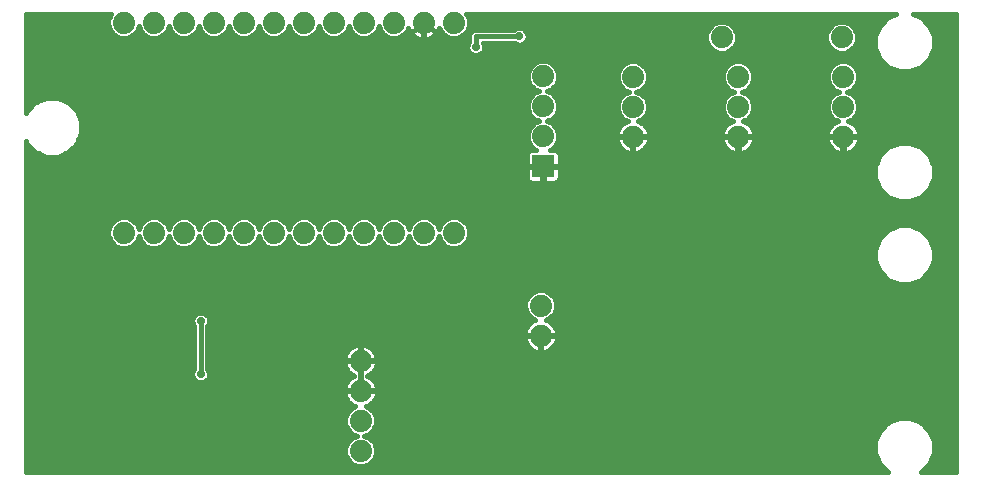
<source format=gbl>
G75*
%MOIN*%
%OFA0B0*%
%FSLAX25Y25*%
%IPPOS*%
%LPD*%
%AMOC8*
5,1,8,0,0,1.08239X$1,22.5*
%
%ADD10C,0.07400*%
%ADD11R,0.07400X0.07400*%
%ADD12C,0.02778*%
%ADD13C,0.01575*%
D10*
X0118976Y0014449D03*
X0118976Y0024449D03*
X0118976Y0034449D03*
X0118976Y0044449D03*
X0178976Y0052874D03*
X0178976Y0062874D03*
X0150000Y0087165D03*
X0140000Y0087165D03*
X0130000Y0087165D03*
X0120000Y0087165D03*
X0110000Y0087165D03*
X0100000Y0087165D03*
X0090000Y0087165D03*
X0080000Y0087165D03*
X0070000Y0087165D03*
X0060000Y0087165D03*
X0050000Y0087165D03*
X0040000Y0087165D03*
X0040000Y0157165D03*
X0050000Y0157165D03*
X0060000Y0157165D03*
X0070000Y0157165D03*
X0080000Y0157165D03*
X0090000Y0157165D03*
X0100000Y0157165D03*
X0110000Y0157165D03*
X0120000Y0157165D03*
X0130000Y0157165D03*
X0140000Y0157165D03*
X0150000Y0157165D03*
X0179803Y0139331D03*
X0179803Y0129331D03*
X0179803Y0119331D03*
X0209724Y0119173D03*
X0209724Y0129173D03*
X0209724Y0139173D03*
X0239331Y0152244D03*
X0244764Y0139173D03*
X0244764Y0129173D03*
X0244764Y0119173D03*
X0279803Y0119173D03*
X0279803Y0129173D03*
X0279803Y0139173D03*
X0279331Y0152244D03*
D11*
X0179803Y0109331D03*
D12*
X0157362Y0149094D03*
X0171929Y0152638D03*
X0054213Y0077835D03*
X0051063Y0077835D03*
X0021142Y0077835D03*
X0017992Y0077835D03*
X0065630Y0057756D03*
X0065630Y0040039D03*
X0053425Y0013268D03*
X0050276Y0013268D03*
X0019961Y0013268D03*
X0016811Y0013268D03*
D13*
X0007362Y0007362D02*
X0007362Y0117668D01*
X0007730Y0116781D01*
X0010482Y0114029D01*
X0014078Y0112539D01*
X0017970Y0112539D01*
X0021566Y0114029D01*
X0024318Y0116781D01*
X0025807Y0120377D01*
X0025807Y0124269D01*
X0024318Y0127865D01*
X0021566Y0130617D01*
X0017970Y0132106D01*
X0014078Y0132106D01*
X0010482Y0130617D01*
X0007730Y0127865D01*
X0007362Y0126978D01*
X0007362Y0160118D01*
X0035771Y0160118D01*
X0035695Y0160042D01*
X0034922Y0158175D01*
X0034922Y0156155D01*
X0035695Y0154289D01*
X0037124Y0152860D01*
X0038990Y0152087D01*
X0041010Y0152087D01*
X0042876Y0152860D01*
X0044305Y0154289D01*
X0045000Y0155967D01*
X0045695Y0154289D01*
X0047124Y0152860D01*
X0048990Y0152087D01*
X0051010Y0152087D01*
X0052876Y0152860D01*
X0054305Y0154289D01*
X0055000Y0155967D01*
X0055695Y0154289D01*
X0057124Y0152860D01*
X0058990Y0152087D01*
X0061010Y0152087D01*
X0062876Y0152860D01*
X0064305Y0154289D01*
X0065000Y0155967D01*
X0065695Y0154289D01*
X0067124Y0152860D01*
X0068990Y0152087D01*
X0071010Y0152087D01*
X0072876Y0152860D01*
X0074305Y0154289D01*
X0075000Y0155967D01*
X0075695Y0154289D01*
X0077124Y0152860D01*
X0078990Y0152087D01*
X0081010Y0152087D01*
X0082876Y0152860D01*
X0084305Y0154289D01*
X0085000Y0155967D01*
X0085695Y0154289D01*
X0087124Y0152860D01*
X0088990Y0152087D01*
X0091010Y0152087D01*
X0092876Y0152860D01*
X0094305Y0154289D01*
X0095000Y0155967D01*
X0095695Y0154289D01*
X0097124Y0152860D01*
X0098990Y0152087D01*
X0101010Y0152087D01*
X0102876Y0152860D01*
X0104305Y0154289D01*
X0105000Y0155967D01*
X0105695Y0154289D01*
X0107124Y0152860D01*
X0108990Y0152087D01*
X0111010Y0152087D01*
X0112876Y0152860D01*
X0114305Y0154289D01*
X0115000Y0155967D01*
X0115695Y0154289D01*
X0117124Y0152860D01*
X0118990Y0152087D01*
X0121010Y0152087D01*
X0122876Y0152860D01*
X0124305Y0154289D01*
X0125000Y0155967D01*
X0125695Y0154289D01*
X0127124Y0152860D01*
X0128990Y0152087D01*
X0131010Y0152087D01*
X0132876Y0152860D01*
X0134305Y0154289D01*
X0134787Y0155452D01*
X0134915Y0155059D01*
X0135307Y0154289D01*
X0135814Y0153591D01*
X0136425Y0152980D01*
X0137124Y0152472D01*
X0137894Y0152080D01*
X0138715Y0151813D01*
X0139568Y0151678D01*
X0139787Y0151678D01*
X0139787Y0156953D01*
X0140213Y0156953D01*
X0140213Y0151678D01*
X0140432Y0151678D01*
X0141285Y0151813D01*
X0142106Y0152080D01*
X0142876Y0152472D01*
X0143575Y0152980D01*
X0144186Y0153591D01*
X0144693Y0154289D01*
X0145085Y0155059D01*
X0145213Y0155452D01*
X0145695Y0154289D01*
X0147124Y0152860D01*
X0148990Y0152087D01*
X0151010Y0152087D01*
X0152876Y0152860D01*
X0154305Y0154289D01*
X0155078Y0156155D01*
X0155078Y0158175D01*
X0154305Y0160042D01*
X0154229Y0160118D01*
X0297522Y0160118D01*
X0294734Y0158963D01*
X0291982Y0156211D01*
X0290492Y0152615D01*
X0290492Y0148723D01*
X0291982Y0145127D01*
X0294734Y0142375D01*
X0298330Y0140886D01*
X0302222Y0140886D01*
X0305817Y0142375D01*
X0308570Y0145127D01*
X0310059Y0148723D01*
X0310059Y0152615D01*
X0308570Y0156211D01*
X0305817Y0158963D01*
X0303030Y0160118D01*
X0317598Y0160118D01*
X0317598Y0007362D01*
X0305844Y0007362D01*
X0308570Y0010088D01*
X0310059Y0013684D01*
X0310059Y0017576D01*
X0308570Y0021172D01*
X0305817Y0023924D01*
X0302222Y0025413D01*
X0298330Y0025413D01*
X0294734Y0023924D01*
X0291982Y0021172D01*
X0290492Y0017576D01*
X0290492Y0013684D01*
X0291982Y0010088D01*
X0294707Y0007362D01*
X0007362Y0007362D01*
X0007362Y0008147D02*
X0293923Y0008147D01*
X0292350Y0009720D02*
X0120829Y0009720D01*
X0119986Y0009371D02*
X0121853Y0010144D01*
X0123281Y0011572D01*
X0124054Y0013439D01*
X0124054Y0015459D01*
X0123281Y0017325D01*
X0121853Y0018754D01*
X0120175Y0019449D01*
X0121853Y0020144D01*
X0123281Y0021572D01*
X0124054Y0023439D01*
X0124054Y0025459D01*
X0123281Y0027325D01*
X0121853Y0028754D01*
X0120689Y0029236D01*
X0121083Y0029363D01*
X0121852Y0029756D01*
X0122551Y0030263D01*
X0123162Y0030874D01*
X0123670Y0031573D01*
X0124062Y0032342D01*
X0124329Y0033164D01*
X0124464Y0034017D01*
X0124464Y0034236D01*
X0119189Y0034236D01*
X0119189Y0034661D01*
X0124464Y0034661D01*
X0124464Y0034881D01*
X0124329Y0035734D01*
X0124062Y0036555D01*
X0123670Y0037325D01*
X0123162Y0038024D01*
X0122551Y0038634D01*
X0121852Y0039142D01*
X0121250Y0039449D01*
X0121852Y0039756D01*
X0122551Y0040263D01*
X0123162Y0040874D01*
X0123670Y0041573D01*
X0124062Y0042342D01*
X0124329Y0043164D01*
X0124464Y0044017D01*
X0124464Y0044236D01*
X0119189Y0044236D01*
X0119189Y0038961D01*
X0119189Y0034661D01*
X0118764Y0034661D01*
X0118764Y0034236D01*
X0113489Y0034236D01*
X0113489Y0034017D01*
X0113624Y0033164D01*
X0113891Y0032342D01*
X0114283Y0031573D01*
X0114791Y0030874D01*
X0115402Y0030263D01*
X0116100Y0029756D01*
X0116870Y0029363D01*
X0117263Y0029236D01*
X0116100Y0028754D01*
X0114671Y0027325D01*
X0113898Y0025459D01*
X0113898Y0023439D01*
X0114671Y0021572D01*
X0116100Y0020144D01*
X0117778Y0019449D01*
X0116100Y0018754D01*
X0114671Y0017325D01*
X0113898Y0015459D01*
X0113898Y0013439D01*
X0114671Y0011572D01*
X0116100Y0010144D01*
X0117966Y0009371D01*
X0119986Y0009371D01*
X0117124Y0009720D02*
X0007362Y0009720D01*
X0007362Y0011293D02*
X0114951Y0011293D01*
X0114135Y0012867D02*
X0007362Y0012867D01*
X0007362Y0014440D02*
X0113898Y0014440D01*
X0114128Y0016013D02*
X0007362Y0016013D01*
X0007362Y0017587D02*
X0114933Y0017587D01*
X0117080Y0019160D02*
X0007362Y0019160D01*
X0007362Y0020733D02*
X0115511Y0020733D01*
X0114367Y0022306D02*
X0007362Y0022306D01*
X0007362Y0023880D02*
X0113898Y0023880D01*
X0113898Y0025453D02*
X0007362Y0025453D01*
X0007362Y0027026D02*
X0114548Y0027026D01*
X0115946Y0028600D02*
X0007362Y0028600D01*
X0007362Y0030173D02*
X0115526Y0030173D01*
X0114195Y0031746D02*
X0007362Y0031746D01*
X0007362Y0033320D02*
X0113599Y0033320D01*
X0113489Y0034661D02*
X0118764Y0034661D01*
X0118764Y0044236D01*
X0119189Y0044236D01*
X0119189Y0044661D01*
X0124464Y0044661D01*
X0124464Y0044881D01*
X0124329Y0045734D01*
X0124062Y0046555D01*
X0123670Y0047325D01*
X0123162Y0048024D01*
X0122551Y0048634D01*
X0121852Y0049142D01*
X0121083Y0049534D01*
X0120261Y0049801D01*
X0119408Y0049936D01*
X0119189Y0049936D01*
X0119189Y0044661D01*
X0118764Y0044661D01*
X0118764Y0044236D01*
X0113489Y0044236D01*
X0113489Y0044017D01*
X0113624Y0043164D01*
X0113891Y0042342D01*
X0114283Y0041573D01*
X0114791Y0040874D01*
X0115402Y0040263D01*
X0116100Y0039756D01*
X0116702Y0039449D01*
X0116100Y0039142D01*
X0115402Y0038634D01*
X0114791Y0038024D01*
X0114283Y0037325D01*
X0113891Y0036555D01*
X0113624Y0035734D01*
X0113489Y0034881D01*
X0113489Y0034661D01*
X0113491Y0034893D02*
X0007362Y0034893D01*
X0007362Y0036466D02*
X0113862Y0036466D01*
X0114807Y0038040D02*
X0067543Y0038040D01*
X0067197Y0037694D02*
X0067976Y0038472D01*
X0068397Y0039489D01*
X0068397Y0040590D01*
X0067976Y0041607D01*
X0067795Y0041787D01*
X0067795Y0056008D01*
X0067976Y0056189D01*
X0068397Y0057206D01*
X0068397Y0058306D01*
X0067976Y0059323D01*
X0067197Y0060102D01*
X0066180Y0060523D01*
X0065080Y0060523D01*
X0064063Y0060102D01*
X0063284Y0059323D01*
X0062863Y0058306D01*
X0062863Y0057206D01*
X0063284Y0056189D01*
X0063465Y0056008D01*
X0063465Y0041787D01*
X0063284Y0041607D01*
X0062863Y0040590D01*
X0062863Y0039489D01*
X0063284Y0038472D01*
X0064063Y0037694D01*
X0065080Y0037272D01*
X0066180Y0037272D01*
X0067197Y0037694D01*
X0068397Y0039613D02*
X0116380Y0039613D01*
X0118764Y0039613D02*
X0119189Y0039613D01*
X0119189Y0041186D02*
X0118764Y0041186D01*
X0118764Y0042760D02*
X0119189Y0042760D01*
X0119189Y0044333D02*
X0317598Y0044333D01*
X0317598Y0045906D02*
X0124273Y0045906D01*
X0123557Y0047479D02*
X0177958Y0047479D01*
X0177691Y0047522D02*
X0178545Y0047387D01*
X0178764Y0047387D01*
X0178764Y0052661D01*
X0179189Y0052661D01*
X0179189Y0047387D01*
X0179408Y0047387D01*
X0180261Y0047522D01*
X0181083Y0047789D01*
X0181852Y0048181D01*
X0182551Y0048688D01*
X0183162Y0049299D01*
X0183670Y0049998D01*
X0184062Y0050768D01*
X0184329Y0051589D01*
X0184464Y0052442D01*
X0184464Y0052661D01*
X0179189Y0052661D01*
X0179189Y0053087D01*
X0184464Y0053087D01*
X0184464Y0053306D01*
X0184329Y0054159D01*
X0184062Y0054980D01*
X0183670Y0055750D01*
X0183162Y0056449D01*
X0182551Y0057060D01*
X0181852Y0057567D01*
X0181083Y0057959D01*
X0180689Y0058087D01*
X0181853Y0058569D01*
X0183281Y0059998D01*
X0184054Y0061864D01*
X0184054Y0063884D01*
X0183281Y0065750D01*
X0181853Y0067179D01*
X0179986Y0067952D01*
X0177966Y0067952D01*
X0176100Y0067179D01*
X0174671Y0065750D01*
X0173898Y0063884D01*
X0173898Y0061864D01*
X0174671Y0059998D01*
X0176100Y0058569D01*
X0177263Y0058087D01*
X0176870Y0057959D01*
X0176100Y0057567D01*
X0175402Y0057060D01*
X0174791Y0056449D01*
X0174283Y0055750D01*
X0173891Y0054980D01*
X0173624Y0054159D01*
X0173489Y0053306D01*
X0173489Y0053087D01*
X0178764Y0053087D01*
X0178764Y0052661D01*
X0173489Y0052661D01*
X0173489Y0052442D01*
X0173624Y0051589D01*
X0173891Y0050768D01*
X0174283Y0049998D01*
X0174791Y0049299D01*
X0175402Y0048688D01*
X0176100Y0048181D01*
X0176870Y0047789D01*
X0177691Y0047522D01*
X0178764Y0047479D02*
X0179189Y0047479D01*
X0179995Y0047479D02*
X0317598Y0047479D01*
X0317598Y0049053D02*
X0182916Y0049053D01*
X0183990Y0050626D02*
X0317598Y0050626D01*
X0317598Y0052199D02*
X0184425Y0052199D01*
X0184390Y0053773D02*
X0317598Y0053773D01*
X0317598Y0055346D02*
X0183875Y0055346D01*
X0182691Y0056919D02*
X0317598Y0056919D01*
X0317598Y0058493D02*
X0181668Y0058493D01*
X0183310Y0060066D02*
X0317598Y0060066D01*
X0317598Y0061639D02*
X0183961Y0061639D01*
X0184054Y0063213D02*
X0317598Y0063213D01*
X0317598Y0064786D02*
X0183681Y0064786D01*
X0182672Y0066359D02*
X0317598Y0066359D01*
X0317598Y0067933D02*
X0180033Y0067933D01*
X0177920Y0067933D02*
X0007362Y0067933D01*
X0007362Y0069506D02*
X0317598Y0069506D01*
X0317598Y0071079D02*
X0304780Y0071079D01*
X0305817Y0071509D02*
X0302222Y0070020D01*
X0298330Y0070020D01*
X0294734Y0071509D01*
X0291982Y0074261D01*
X0290492Y0077857D01*
X0290492Y0081749D01*
X0291982Y0085345D01*
X0294734Y0088097D01*
X0298330Y0089587D01*
X0302222Y0089587D01*
X0305817Y0088097D01*
X0308570Y0085345D01*
X0310059Y0081749D01*
X0310059Y0077857D01*
X0308570Y0074261D01*
X0305817Y0071509D01*
X0306961Y0072653D02*
X0317598Y0072653D01*
X0317598Y0074226D02*
X0308534Y0074226D01*
X0309207Y0075799D02*
X0317598Y0075799D01*
X0317598Y0077372D02*
X0309858Y0077372D01*
X0310059Y0078946D02*
X0317598Y0078946D01*
X0317598Y0080519D02*
X0310059Y0080519D01*
X0309917Y0082092D02*
X0317598Y0082092D01*
X0317598Y0083666D02*
X0309265Y0083666D01*
X0308614Y0085239D02*
X0317598Y0085239D01*
X0317598Y0086812D02*
X0307102Y0086812D01*
X0305121Y0088386D02*
X0317598Y0088386D01*
X0317598Y0089959D02*
X0154339Y0089959D01*
X0154305Y0090042D02*
X0152876Y0091470D01*
X0151010Y0092243D01*
X0148990Y0092243D01*
X0147124Y0091470D01*
X0145695Y0090042D01*
X0145000Y0088364D01*
X0144305Y0090042D01*
X0142876Y0091470D01*
X0141010Y0092243D01*
X0138990Y0092243D01*
X0137124Y0091470D01*
X0135695Y0090042D01*
X0135000Y0088364D01*
X0134305Y0090042D01*
X0132876Y0091470D01*
X0131010Y0092243D01*
X0128990Y0092243D01*
X0127124Y0091470D01*
X0125695Y0090042D01*
X0125000Y0088364D01*
X0124305Y0090042D01*
X0122876Y0091470D01*
X0121010Y0092243D01*
X0118990Y0092243D01*
X0117124Y0091470D01*
X0115695Y0090042D01*
X0115000Y0088364D01*
X0114305Y0090042D01*
X0112876Y0091470D01*
X0111010Y0092243D01*
X0108990Y0092243D01*
X0107124Y0091470D01*
X0105695Y0090042D01*
X0105000Y0088364D01*
X0104305Y0090042D01*
X0102876Y0091470D01*
X0101010Y0092243D01*
X0098990Y0092243D01*
X0097124Y0091470D01*
X0095695Y0090042D01*
X0095000Y0088364D01*
X0094305Y0090042D01*
X0092876Y0091470D01*
X0091010Y0092243D01*
X0088990Y0092243D01*
X0087124Y0091470D01*
X0085695Y0090042D01*
X0085000Y0088364D01*
X0084305Y0090042D01*
X0082876Y0091470D01*
X0081010Y0092243D01*
X0078990Y0092243D01*
X0077124Y0091470D01*
X0075695Y0090042D01*
X0075000Y0088364D01*
X0074305Y0090042D01*
X0072876Y0091470D01*
X0071010Y0092243D01*
X0068990Y0092243D01*
X0067124Y0091470D01*
X0065695Y0090042D01*
X0065000Y0088364D01*
X0064305Y0090042D01*
X0062876Y0091470D01*
X0061010Y0092243D01*
X0058990Y0092243D01*
X0057124Y0091470D01*
X0055695Y0090042D01*
X0055000Y0088364D01*
X0054305Y0090042D01*
X0052876Y0091470D01*
X0051010Y0092243D01*
X0048990Y0092243D01*
X0047124Y0091470D01*
X0045695Y0090042D01*
X0045000Y0088364D01*
X0044305Y0090042D01*
X0042876Y0091470D01*
X0041010Y0092243D01*
X0038990Y0092243D01*
X0037124Y0091470D01*
X0035695Y0090042D01*
X0034922Y0088175D01*
X0034922Y0086155D01*
X0035695Y0084289D01*
X0037124Y0082860D01*
X0038990Y0082087D01*
X0041010Y0082087D01*
X0042876Y0082860D01*
X0044305Y0084289D01*
X0045000Y0085967D01*
X0045695Y0084289D01*
X0047124Y0082860D01*
X0048990Y0082087D01*
X0051010Y0082087D01*
X0052876Y0082860D01*
X0054305Y0084289D01*
X0055000Y0085967D01*
X0055695Y0084289D01*
X0057124Y0082860D01*
X0058990Y0082087D01*
X0061010Y0082087D01*
X0062876Y0082860D01*
X0064305Y0084289D01*
X0065000Y0085967D01*
X0065695Y0084289D01*
X0067124Y0082860D01*
X0068990Y0082087D01*
X0071010Y0082087D01*
X0072876Y0082860D01*
X0074305Y0084289D01*
X0075000Y0085967D01*
X0075695Y0084289D01*
X0077124Y0082860D01*
X0078990Y0082087D01*
X0081010Y0082087D01*
X0082876Y0082860D01*
X0084305Y0084289D01*
X0085000Y0085967D01*
X0085695Y0084289D01*
X0087124Y0082860D01*
X0088990Y0082087D01*
X0091010Y0082087D01*
X0092876Y0082860D01*
X0094305Y0084289D01*
X0095000Y0085967D01*
X0095695Y0084289D01*
X0097124Y0082860D01*
X0098990Y0082087D01*
X0101010Y0082087D01*
X0102876Y0082860D01*
X0104305Y0084289D01*
X0105000Y0085967D01*
X0105695Y0084289D01*
X0107124Y0082860D01*
X0108990Y0082087D01*
X0111010Y0082087D01*
X0112876Y0082860D01*
X0114305Y0084289D01*
X0115000Y0085967D01*
X0115695Y0084289D01*
X0117124Y0082860D01*
X0118990Y0082087D01*
X0121010Y0082087D01*
X0122876Y0082860D01*
X0124305Y0084289D01*
X0125000Y0085967D01*
X0125695Y0084289D01*
X0127124Y0082860D01*
X0128990Y0082087D01*
X0131010Y0082087D01*
X0132876Y0082860D01*
X0134305Y0084289D01*
X0135000Y0085967D01*
X0135695Y0084289D01*
X0137124Y0082860D01*
X0138990Y0082087D01*
X0141010Y0082087D01*
X0142876Y0082860D01*
X0144305Y0084289D01*
X0145000Y0085967D01*
X0145695Y0084289D01*
X0147124Y0082860D01*
X0148990Y0082087D01*
X0151010Y0082087D01*
X0152876Y0082860D01*
X0154305Y0084289D01*
X0155078Y0086155D01*
X0155078Y0088175D01*
X0154305Y0090042D01*
X0154991Y0088386D02*
X0295430Y0088386D01*
X0293449Y0086812D02*
X0155078Y0086812D01*
X0154698Y0085239D02*
X0291938Y0085239D01*
X0291286Y0083666D02*
X0153682Y0083666D01*
X0151022Y0082092D02*
X0290634Y0082092D01*
X0290492Y0080519D02*
X0007362Y0080519D01*
X0007362Y0078946D02*
X0290492Y0078946D01*
X0290693Y0077372D02*
X0007362Y0077372D01*
X0007362Y0075799D02*
X0291345Y0075799D01*
X0292017Y0074226D02*
X0007362Y0074226D01*
X0007362Y0072653D02*
X0293590Y0072653D01*
X0295772Y0071079D02*
X0007362Y0071079D01*
X0007362Y0066359D02*
X0175280Y0066359D01*
X0174272Y0064786D02*
X0007362Y0064786D01*
X0007362Y0063213D02*
X0173898Y0063213D01*
X0173991Y0061639D02*
X0007362Y0061639D01*
X0007362Y0060066D02*
X0064027Y0060066D01*
X0062940Y0058493D02*
X0007362Y0058493D01*
X0007362Y0056919D02*
X0062982Y0056919D01*
X0063465Y0055346D02*
X0007362Y0055346D01*
X0007362Y0053773D02*
X0063465Y0053773D01*
X0063465Y0052199D02*
X0007362Y0052199D01*
X0007362Y0050626D02*
X0063465Y0050626D01*
X0063465Y0049053D02*
X0007362Y0049053D01*
X0007362Y0047479D02*
X0063465Y0047479D01*
X0063465Y0045906D02*
X0007362Y0045906D01*
X0007362Y0044333D02*
X0063465Y0044333D01*
X0063465Y0042760D02*
X0007362Y0042760D01*
X0007362Y0041186D02*
X0063110Y0041186D01*
X0062863Y0039613D02*
X0007362Y0039613D01*
X0007362Y0038040D02*
X0063717Y0038040D01*
X0065630Y0040039D02*
X0065630Y0057756D01*
X0068278Y0056919D02*
X0175261Y0056919D01*
X0176284Y0058493D02*
X0068320Y0058493D01*
X0067233Y0060066D02*
X0174643Y0060066D01*
X0174077Y0055346D02*
X0067795Y0055346D01*
X0067795Y0053773D02*
X0173563Y0053773D01*
X0173527Y0052199D02*
X0067795Y0052199D01*
X0067795Y0050626D02*
X0173963Y0050626D01*
X0175037Y0049053D02*
X0121975Y0049053D01*
X0119189Y0049053D02*
X0118764Y0049053D01*
X0118764Y0049936D02*
X0118545Y0049936D01*
X0117691Y0049801D01*
X0116870Y0049534D01*
X0116100Y0049142D01*
X0115402Y0048634D01*
X0114791Y0048024D01*
X0114283Y0047325D01*
X0113891Y0046555D01*
X0113624Y0045734D01*
X0113489Y0044881D01*
X0113489Y0044661D01*
X0118764Y0044661D01*
X0118764Y0049936D01*
X0118764Y0047479D02*
X0119189Y0047479D01*
X0119189Y0045906D02*
X0118764Y0045906D01*
X0118764Y0044333D02*
X0067795Y0044333D01*
X0067795Y0045906D02*
X0113680Y0045906D01*
X0114395Y0047479D02*
X0067795Y0047479D01*
X0067795Y0049053D02*
X0115978Y0049053D01*
X0113755Y0042760D02*
X0067795Y0042760D01*
X0068150Y0041186D02*
X0114564Y0041186D01*
X0118764Y0038040D02*
X0119189Y0038040D01*
X0119189Y0036466D02*
X0118764Y0036466D01*
X0118764Y0034893D02*
X0119189Y0034893D01*
X0124091Y0036466D02*
X0317598Y0036466D01*
X0317598Y0034893D02*
X0124462Y0034893D01*
X0124353Y0033320D02*
X0317598Y0033320D01*
X0317598Y0031746D02*
X0123758Y0031746D01*
X0122427Y0030173D02*
X0317598Y0030173D01*
X0317598Y0028600D02*
X0122007Y0028600D01*
X0123405Y0027026D02*
X0317598Y0027026D01*
X0317598Y0025453D02*
X0124054Y0025453D01*
X0124054Y0023880D02*
X0294690Y0023880D01*
X0293116Y0022306D02*
X0123585Y0022306D01*
X0122442Y0020733D02*
X0291800Y0020733D01*
X0291148Y0019160D02*
X0120872Y0019160D01*
X0123020Y0017587D02*
X0290496Y0017587D01*
X0290492Y0016013D02*
X0123825Y0016013D01*
X0124054Y0014440D02*
X0290492Y0014440D01*
X0290831Y0012867D02*
X0123817Y0012867D01*
X0123002Y0011293D02*
X0291482Y0011293D01*
X0306628Y0008147D02*
X0317598Y0008147D01*
X0317598Y0009720D02*
X0308202Y0009720D01*
X0309069Y0011293D02*
X0317598Y0011293D01*
X0317598Y0012867D02*
X0309721Y0012867D01*
X0310059Y0014440D02*
X0317598Y0014440D01*
X0317598Y0016013D02*
X0310059Y0016013D01*
X0310055Y0017587D02*
X0317598Y0017587D01*
X0317598Y0019160D02*
X0309403Y0019160D01*
X0308751Y0020733D02*
X0317598Y0020733D01*
X0317598Y0022306D02*
X0307435Y0022306D01*
X0305862Y0023880D02*
X0317598Y0023880D01*
X0317598Y0038040D02*
X0123146Y0038040D01*
X0121572Y0039613D02*
X0317598Y0039613D01*
X0317598Y0041186D02*
X0123389Y0041186D01*
X0124197Y0042760D02*
X0317598Y0042760D01*
X0317598Y0091532D02*
X0152727Y0091532D01*
X0147273Y0091532D02*
X0142727Y0091532D01*
X0144339Y0089959D02*
X0145661Y0089959D01*
X0145009Y0088386D02*
X0144991Y0088386D01*
X0144698Y0085239D02*
X0145302Y0085239D01*
X0146318Y0083666D02*
X0143682Y0083666D01*
X0141022Y0082092D02*
X0148978Y0082092D01*
X0138978Y0082092D02*
X0131022Y0082092D01*
X0128978Y0082092D02*
X0121022Y0082092D01*
X0118978Y0082092D02*
X0111022Y0082092D01*
X0108978Y0082092D02*
X0101022Y0082092D01*
X0098978Y0082092D02*
X0091022Y0082092D01*
X0088978Y0082092D02*
X0081022Y0082092D01*
X0078978Y0082092D02*
X0071022Y0082092D01*
X0068978Y0082092D02*
X0061022Y0082092D01*
X0058978Y0082092D02*
X0051022Y0082092D01*
X0048978Y0082092D02*
X0041022Y0082092D01*
X0038978Y0082092D02*
X0007362Y0082092D01*
X0007362Y0083666D02*
X0036318Y0083666D01*
X0035302Y0085239D02*
X0007362Y0085239D01*
X0007362Y0086812D02*
X0034922Y0086812D01*
X0035009Y0088386D02*
X0007362Y0088386D01*
X0007362Y0089959D02*
X0035661Y0089959D01*
X0037273Y0091532D02*
X0007362Y0091532D01*
X0007362Y0093106D02*
X0317598Y0093106D01*
X0317598Y0094679D02*
X0007362Y0094679D01*
X0007362Y0096252D02*
X0317598Y0096252D01*
X0317598Y0097826D02*
X0302817Y0097826D01*
X0302222Y0097579D02*
X0305817Y0099068D01*
X0308570Y0101820D01*
X0310059Y0105416D01*
X0310059Y0109308D01*
X0308570Y0112904D01*
X0305817Y0115656D01*
X0302222Y0117146D01*
X0298330Y0117146D01*
X0294734Y0115656D01*
X0291982Y0112904D01*
X0290492Y0109308D01*
X0290492Y0105416D01*
X0291982Y0101820D01*
X0294734Y0099068D01*
X0298330Y0097579D01*
X0302222Y0097579D01*
X0306148Y0099399D02*
X0317598Y0099399D01*
X0317598Y0100972D02*
X0307721Y0100972D01*
X0308870Y0102545D02*
X0317598Y0102545D01*
X0317598Y0104119D02*
X0309522Y0104119D01*
X0310059Y0105692D02*
X0317598Y0105692D01*
X0317598Y0107265D02*
X0310059Y0107265D01*
X0310059Y0108839D02*
X0317598Y0108839D01*
X0317598Y0110412D02*
X0309602Y0110412D01*
X0308950Y0111985D02*
X0317598Y0111985D01*
X0317598Y0113559D02*
X0307915Y0113559D01*
X0306342Y0115132D02*
X0317598Y0115132D01*
X0317598Y0116705D02*
X0303285Y0116705D01*
X0297266Y0116705D02*
X0284704Y0116705D01*
X0284889Y0117067D02*
X0285155Y0117888D01*
X0285291Y0118741D01*
X0285291Y0118961D01*
X0280016Y0118961D01*
X0280016Y0119386D01*
X0285291Y0119386D01*
X0285291Y0119605D01*
X0285155Y0120458D01*
X0284889Y0121280D01*
X0284496Y0122049D01*
X0283989Y0122748D01*
X0283378Y0123359D01*
X0282679Y0123866D01*
X0281910Y0124259D01*
X0281516Y0124386D01*
X0282680Y0124868D01*
X0284108Y0126297D01*
X0284881Y0128163D01*
X0284881Y0130183D01*
X0284108Y0132050D01*
X0282680Y0133478D01*
X0281001Y0134173D01*
X0282680Y0134868D01*
X0284108Y0136297D01*
X0284881Y0138163D01*
X0284881Y0140183D01*
X0284108Y0142050D01*
X0282680Y0143478D01*
X0280813Y0144251D01*
X0278793Y0144251D01*
X0276927Y0143478D01*
X0275498Y0142050D01*
X0274725Y0140183D01*
X0274725Y0138163D01*
X0275498Y0136297D01*
X0276927Y0134868D01*
X0278605Y0134173D01*
X0276927Y0133478D01*
X0275498Y0132050D01*
X0274725Y0130183D01*
X0274725Y0128163D01*
X0275498Y0126297D01*
X0276927Y0124868D01*
X0278090Y0124386D01*
X0277697Y0124259D01*
X0276927Y0123866D01*
X0276228Y0123359D01*
X0275618Y0122748D01*
X0275110Y0122049D01*
X0274718Y0121280D01*
X0274451Y0120458D01*
X0274316Y0119605D01*
X0274316Y0119386D01*
X0279590Y0119386D01*
X0279590Y0118961D01*
X0274316Y0118961D01*
X0274316Y0118741D01*
X0274451Y0117888D01*
X0274718Y0117067D01*
X0275110Y0116297D01*
X0275618Y0115598D01*
X0276228Y0114988D01*
X0276927Y0114480D01*
X0277697Y0114088D01*
X0278518Y0113821D01*
X0279371Y0113686D01*
X0279591Y0113686D01*
X0279591Y0118961D01*
X0280016Y0118961D01*
X0280016Y0113686D01*
X0280235Y0113686D01*
X0281088Y0113821D01*
X0281910Y0114088D01*
X0282679Y0114480D01*
X0283378Y0114988D01*
X0283989Y0115598D01*
X0284496Y0116297D01*
X0284889Y0117067D01*
X0285217Y0118279D02*
X0317598Y0118279D01*
X0317598Y0119852D02*
X0285251Y0119852D01*
X0284814Y0121425D02*
X0317598Y0121425D01*
X0317598Y0122999D02*
X0283738Y0122999D01*
X0281964Y0124572D02*
X0317598Y0124572D01*
X0317598Y0126145D02*
X0283956Y0126145D01*
X0284697Y0127719D02*
X0317598Y0127719D01*
X0317598Y0129292D02*
X0284881Y0129292D01*
X0284599Y0130865D02*
X0317598Y0130865D01*
X0317598Y0132438D02*
X0283719Y0132438D01*
X0281391Y0134012D02*
X0317598Y0134012D01*
X0317598Y0135585D02*
X0283396Y0135585D01*
X0284465Y0137158D02*
X0317598Y0137158D01*
X0317598Y0138732D02*
X0284881Y0138732D01*
X0284831Y0140305D02*
X0317598Y0140305D01*
X0317598Y0141878D02*
X0304618Y0141878D01*
X0306894Y0143452D02*
X0317598Y0143452D01*
X0317598Y0145025D02*
X0308467Y0145025D01*
X0309179Y0146598D02*
X0317598Y0146598D01*
X0317598Y0148172D02*
X0309831Y0148172D01*
X0310059Y0149745D02*
X0317598Y0149745D01*
X0317598Y0151318D02*
X0310059Y0151318D01*
X0309945Y0152892D02*
X0317598Y0152892D01*
X0317598Y0154465D02*
X0309293Y0154465D01*
X0308641Y0156038D02*
X0317598Y0156038D01*
X0317598Y0157612D02*
X0307169Y0157612D01*
X0305283Y0159185D02*
X0317598Y0159185D01*
X0295268Y0159185D02*
X0154660Y0159185D01*
X0155078Y0157612D02*
X0293382Y0157612D01*
X0291910Y0156038D02*
X0282718Y0156038D01*
X0282207Y0156549D02*
X0280341Y0157322D01*
X0278321Y0157322D01*
X0276454Y0156549D01*
X0275026Y0155121D01*
X0274253Y0153254D01*
X0274253Y0151234D01*
X0275026Y0149368D01*
X0276454Y0147939D01*
X0278321Y0147166D01*
X0280341Y0147166D01*
X0282207Y0147939D01*
X0283636Y0149368D01*
X0284409Y0151234D01*
X0284409Y0153254D01*
X0283636Y0155121D01*
X0282207Y0156549D01*
X0283907Y0154465D02*
X0291258Y0154465D01*
X0290607Y0152892D02*
X0284409Y0152892D01*
X0284409Y0151318D02*
X0290492Y0151318D01*
X0290492Y0149745D02*
X0283792Y0149745D01*
X0282440Y0148172D02*
X0290721Y0148172D01*
X0291372Y0146598D02*
X0158566Y0146598D01*
X0158930Y0146749D02*
X0159708Y0147527D01*
X0160129Y0148544D01*
X0160129Y0149645D01*
X0159786Y0150472D01*
X0170181Y0150472D01*
X0170362Y0150292D01*
X0171379Y0149871D01*
X0172480Y0149871D01*
X0173496Y0150292D01*
X0174275Y0151070D01*
X0174696Y0152087D01*
X0174696Y0153188D01*
X0174275Y0154205D01*
X0173496Y0154983D01*
X0172480Y0155405D01*
X0171379Y0155405D01*
X0170362Y0154983D01*
X0170181Y0154803D01*
X0156465Y0154803D01*
X0155197Y0153535D01*
X0155197Y0150842D01*
X0155017Y0150662D01*
X0154595Y0149645D01*
X0154595Y0148544D01*
X0155017Y0147527D01*
X0155795Y0146749D01*
X0156812Y0146328D01*
X0157913Y0146328D01*
X0158930Y0146749D01*
X0159975Y0148172D02*
X0236222Y0148172D01*
X0236454Y0147939D02*
X0238321Y0147166D01*
X0240341Y0147166D01*
X0242207Y0147939D01*
X0243636Y0149368D01*
X0244409Y0151234D01*
X0244409Y0153254D01*
X0243636Y0155121D01*
X0242207Y0156549D01*
X0240341Y0157322D01*
X0238321Y0157322D01*
X0236454Y0156549D01*
X0235026Y0155121D01*
X0234253Y0153254D01*
X0234253Y0151234D01*
X0235026Y0149368D01*
X0236454Y0147939D01*
X0234870Y0149745D02*
X0160088Y0149745D01*
X0157362Y0149094D02*
X0157362Y0152638D01*
X0171929Y0152638D01*
X0174015Y0154465D02*
X0234754Y0154465D01*
X0234253Y0152892D02*
X0174696Y0152892D01*
X0174377Y0151318D02*
X0234253Y0151318D01*
X0235943Y0156038D02*
X0155029Y0156038D01*
X0154378Y0154465D02*
X0156127Y0154465D01*
X0155197Y0152892D02*
X0152908Y0152892D01*
X0155197Y0151318D02*
X0007362Y0151318D01*
X0007362Y0149745D02*
X0154637Y0149745D01*
X0154750Y0148172D02*
X0007362Y0148172D01*
X0007362Y0146598D02*
X0156158Y0146598D01*
X0147092Y0152892D02*
X0143453Y0152892D01*
X0144764Y0153425D02*
X0140039Y0157244D01*
X0140039Y0157362D02*
X0135709Y0153819D01*
X0135217Y0154465D02*
X0134378Y0154465D01*
X0132908Y0152892D02*
X0136547Y0152892D01*
X0139787Y0152892D02*
X0140213Y0152892D01*
X0140213Y0154465D02*
X0139787Y0154465D01*
X0139787Y0156038D02*
X0140213Y0156038D01*
X0144783Y0154465D02*
X0145622Y0154465D01*
X0127092Y0152892D02*
X0122908Y0152892D01*
X0124378Y0154465D02*
X0125622Y0154465D01*
X0117092Y0152892D02*
X0112908Y0152892D01*
X0114378Y0154465D02*
X0115622Y0154465D01*
X0107092Y0152892D02*
X0102908Y0152892D01*
X0104378Y0154465D02*
X0105622Y0154465D01*
X0097092Y0152892D02*
X0092908Y0152892D01*
X0094378Y0154465D02*
X0095622Y0154465D01*
X0087092Y0152892D02*
X0082908Y0152892D01*
X0084378Y0154465D02*
X0085622Y0154465D01*
X0077092Y0152892D02*
X0072908Y0152892D01*
X0074378Y0154465D02*
X0075622Y0154465D01*
X0067092Y0152892D02*
X0062908Y0152892D01*
X0064378Y0154465D02*
X0065622Y0154465D01*
X0057092Y0152892D02*
X0052908Y0152892D01*
X0054378Y0154465D02*
X0055622Y0154465D01*
X0047092Y0152892D02*
X0042908Y0152892D01*
X0044378Y0154465D02*
X0045622Y0154465D01*
X0037092Y0152892D02*
X0007362Y0152892D01*
X0007362Y0154465D02*
X0035622Y0154465D01*
X0034971Y0156038D02*
X0007362Y0156038D01*
X0007362Y0157612D02*
X0034922Y0157612D01*
X0035340Y0159185D02*
X0007362Y0159185D01*
X0007362Y0145025D02*
X0292084Y0145025D01*
X0293657Y0143452D02*
X0282706Y0143452D01*
X0284179Y0141878D02*
X0295933Y0141878D01*
X0276900Y0143452D02*
X0247667Y0143452D01*
X0247640Y0143478D02*
X0245774Y0144251D01*
X0243754Y0144251D01*
X0241887Y0143478D01*
X0240459Y0142050D01*
X0239686Y0140183D01*
X0239686Y0138163D01*
X0240459Y0136297D01*
X0241887Y0134868D01*
X0243566Y0134173D01*
X0241887Y0133478D01*
X0240459Y0132050D01*
X0239686Y0130183D01*
X0239686Y0128163D01*
X0240459Y0126297D01*
X0241887Y0124868D01*
X0243051Y0124386D01*
X0242657Y0124259D01*
X0241888Y0123866D01*
X0241189Y0123359D01*
X0240578Y0122748D01*
X0240071Y0122049D01*
X0239678Y0121280D01*
X0239411Y0120458D01*
X0239276Y0119605D01*
X0239276Y0119386D01*
X0244551Y0119386D01*
X0244551Y0118961D01*
X0239276Y0118961D01*
X0239276Y0118741D01*
X0239411Y0117888D01*
X0239678Y0117067D01*
X0240071Y0116297D01*
X0240578Y0115598D01*
X0241189Y0114988D01*
X0241888Y0114480D01*
X0242657Y0114088D01*
X0243479Y0113821D01*
X0244332Y0113686D01*
X0244551Y0113686D01*
X0244551Y0118961D01*
X0244976Y0118961D01*
X0244976Y0119386D01*
X0250251Y0119386D01*
X0250251Y0119605D01*
X0250116Y0120458D01*
X0249849Y0121280D01*
X0249457Y0122049D01*
X0248949Y0122748D01*
X0248339Y0123359D01*
X0247640Y0123866D01*
X0246870Y0124259D01*
X0246477Y0124386D01*
X0247640Y0124868D01*
X0249069Y0126297D01*
X0249842Y0128163D01*
X0249842Y0130183D01*
X0249069Y0132050D01*
X0247640Y0133478D01*
X0245962Y0134173D01*
X0247640Y0134868D01*
X0249069Y0136297D01*
X0249842Y0138163D01*
X0249842Y0140183D01*
X0249069Y0142050D01*
X0247640Y0143478D01*
X0249140Y0141878D02*
X0275427Y0141878D01*
X0274776Y0140305D02*
X0249791Y0140305D01*
X0249842Y0138732D02*
X0274725Y0138732D01*
X0275141Y0137158D02*
X0249426Y0137158D01*
X0248357Y0135585D02*
X0276210Y0135585D01*
X0278215Y0134012D02*
X0246352Y0134012D01*
X0248680Y0132438D02*
X0275887Y0132438D01*
X0275008Y0130865D02*
X0249559Y0130865D01*
X0249842Y0129292D02*
X0274725Y0129292D01*
X0274909Y0127719D02*
X0249658Y0127719D01*
X0248917Y0126145D02*
X0275650Y0126145D01*
X0277642Y0124572D02*
X0246925Y0124572D01*
X0248699Y0122999D02*
X0275868Y0122999D01*
X0274792Y0121425D02*
X0249775Y0121425D01*
X0250212Y0119852D02*
X0274355Y0119852D01*
X0274389Y0118279D02*
X0250178Y0118279D01*
X0250116Y0117888D02*
X0250251Y0118741D01*
X0250251Y0118961D01*
X0244976Y0118961D01*
X0244976Y0113686D01*
X0245196Y0113686D01*
X0246049Y0113821D01*
X0246870Y0114088D01*
X0247640Y0114480D01*
X0248339Y0114988D01*
X0248949Y0115598D01*
X0249457Y0116297D01*
X0249849Y0117067D01*
X0250116Y0117888D01*
X0249665Y0116705D02*
X0274902Y0116705D01*
X0276084Y0115132D02*
X0248483Y0115132D01*
X0244976Y0115132D02*
X0244551Y0115132D01*
X0244551Y0116705D02*
X0244976Y0116705D01*
X0244976Y0118279D02*
X0244551Y0118279D01*
X0241045Y0115132D02*
X0213444Y0115132D01*
X0213299Y0114988D02*
X0213910Y0115598D01*
X0214418Y0116297D01*
X0214810Y0117067D01*
X0215077Y0117888D01*
X0215212Y0118741D01*
X0215212Y0118961D01*
X0209937Y0118961D01*
X0209937Y0119386D01*
X0215212Y0119386D01*
X0215212Y0119605D01*
X0215077Y0120458D01*
X0214810Y0121280D01*
X0214418Y0122049D01*
X0213910Y0122748D01*
X0213299Y0123359D01*
X0212600Y0123866D01*
X0211831Y0124259D01*
X0211437Y0124386D01*
X0212601Y0124868D01*
X0214029Y0126297D01*
X0214802Y0128163D01*
X0214802Y0130183D01*
X0214029Y0132050D01*
X0212601Y0133478D01*
X0210923Y0134173D01*
X0212601Y0134868D01*
X0214029Y0136297D01*
X0214802Y0138163D01*
X0214802Y0140183D01*
X0214029Y0142050D01*
X0212601Y0143478D01*
X0210734Y0144251D01*
X0208714Y0144251D01*
X0206848Y0143478D01*
X0205420Y0142050D01*
X0204646Y0140183D01*
X0204646Y0138163D01*
X0205420Y0136297D01*
X0206848Y0134868D01*
X0208526Y0134173D01*
X0206848Y0133478D01*
X0205420Y0132050D01*
X0204646Y0130183D01*
X0204646Y0128163D01*
X0205420Y0126297D01*
X0206848Y0124868D01*
X0208011Y0124386D01*
X0207618Y0124259D01*
X0206848Y0123866D01*
X0206150Y0123359D01*
X0205539Y0122748D01*
X0205031Y0122049D01*
X0204639Y0121280D01*
X0204372Y0120458D01*
X0204237Y0119605D01*
X0204237Y0119386D01*
X0209512Y0119386D01*
X0209512Y0118961D01*
X0204237Y0118961D01*
X0204237Y0118741D01*
X0204372Y0117888D01*
X0204639Y0117067D01*
X0205031Y0116297D01*
X0205539Y0115598D01*
X0206150Y0114988D01*
X0206848Y0114480D01*
X0207618Y0114088D01*
X0208439Y0113821D01*
X0209293Y0113686D01*
X0209512Y0113686D01*
X0209512Y0118961D01*
X0209937Y0118961D01*
X0209937Y0113686D01*
X0210156Y0113686D01*
X0211009Y0113821D01*
X0211831Y0114088D01*
X0212600Y0114480D01*
X0213299Y0114988D01*
X0214626Y0116705D02*
X0239863Y0116705D01*
X0239350Y0118279D02*
X0215139Y0118279D01*
X0215173Y0119852D02*
X0239315Y0119852D01*
X0239753Y0121425D02*
X0214736Y0121425D01*
X0213659Y0122999D02*
X0240829Y0122999D01*
X0242603Y0124572D02*
X0211885Y0124572D01*
X0213878Y0126145D02*
X0240610Y0126145D01*
X0239870Y0127719D02*
X0214618Y0127719D01*
X0214802Y0129292D02*
X0239686Y0129292D01*
X0239968Y0130865D02*
X0214520Y0130865D01*
X0213640Y0132438D02*
X0240848Y0132438D01*
X0243176Y0134012D02*
X0211312Y0134012D01*
X0213318Y0135585D02*
X0241171Y0135585D01*
X0240102Y0137158D02*
X0214386Y0137158D01*
X0214802Y0138732D02*
X0239686Y0138732D01*
X0239736Y0140305D02*
X0214752Y0140305D01*
X0214100Y0141878D02*
X0240388Y0141878D01*
X0241861Y0143452D02*
X0212627Y0143452D01*
X0206822Y0143452D02*
X0182863Y0143452D01*
X0182680Y0143636D02*
X0180813Y0144409D01*
X0178793Y0144409D01*
X0176927Y0143636D01*
X0175498Y0142207D01*
X0174725Y0140341D01*
X0174725Y0138321D01*
X0175498Y0136454D01*
X0176927Y0135026D01*
X0178605Y0134331D01*
X0176927Y0133636D01*
X0175498Y0132207D01*
X0174725Y0130341D01*
X0174725Y0128321D01*
X0175498Y0126454D01*
X0176927Y0125026D01*
X0178605Y0124331D01*
X0176927Y0123636D01*
X0175498Y0122207D01*
X0174725Y0120341D01*
X0174725Y0118321D01*
X0175498Y0116454D01*
X0176927Y0115026D01*
X0177428Y0114818D01*
X0175868Y0114818D01*
X0175413Y0114696D01*
X0175006Y0114461D01*
X0174673Y0114128D01*
X0174438Y0113721D01*
X0174316Y0113266D01*
X0174316Y0109543D01*
X0179590Y0109543D01*
X0179590Y0109118D01*
X0174316Y0109118D01*
X0174316Y0105395D01*
X0174438Y0104941D01*
X0174673Y0104533D01*
X0175006Y0104200D01*
X0175413Y0103965D01*
X0175868Y0103843D01*
X0179591Y0103843D01*
X0179591Y0109118D01*
X0180016Y0109118D01*
X0180016Y0109543D01*
X0185291Y0109543D01*
X0185291Y0113266D01*
X0185169Y0113721D01*
X0184933Y0114128D01*
X0184601Y0114461D01*
X0184193Y0114696D01*
X0183738Y0114818D01*
X0182178Y0114818D01*
X0182680Y0115026D01*
X0184108Y0116454D01*
X0184881Y0118321D01*
X0184881Y0120341D01*
X0184108Y0122207D01*
X0182680Y0123636D01*
X0181001Y0124331D01*
X0182680Y0125026D01*
X0184108Y0126454D01*
X0184881Y0128321D01*
X0184881Y0130341D01*
X0184108Y0132207D01*
X0182680Y0133636D01*
X0181001Y0134331D01*
X0182680Y0135026D01*
X0184108Y0136454D01*
X0184881Y0138321D01*
X0184881Y0140341D01*
X0184108Y0142207D01*
X0182680Y0143636D01*
X0184244Y0141878D02*
X0205349Y0141878D01*
X0204697Y0140305D02*
X0184881Y0140305D01*
X0184881Y0138732D02*
X0204646Y0138732D01*
X0205063Y0137158D02*
X0184400Y0137158D01*
X0183239Y0135585D02*
X0206131Y0135585D01*
X0208136Y0134012D02*
X0181771Y0134012D01*
X0183877Y0132438D02*
X0205808Y0132438D01*
X0204929Y0130865D02*
X0184664Y0130865D01*
X0184881Y0129292D02*
X0204646Y0129292D01*
X0204831Y0127719D02*
X0184632Y0127719D01*
X0183799Y0126145D02*
X0205571Y0126145D01*
X0207564Y0124572D02*
X0181584Y0124572D01*
X0183317Y0122999D02*
X0205789Y0122999D01*
X0204713Y0121425D02*
X0184432Y0121425D01*
X0184881Y0119852D02*
X0204276Y0119852D01*
X0204310Y0118279D02*
X0184864Y0118279D01*
X0184212Y0116705D02*
X0204823Y0116705D01*
X0206005Y0115132D02*
X0182786Y0115132D01*
X0185212Y0113559D02*
X0292636Y0113559D01*
X0291601Y0111985D02*
X0185291Y0111985D01*
X0185291Y0110412D02*
X0290949Y0110412D01*
X0290492Y0108839D02*
X0185291Y0108839D01*
X0185291Y0109118D02*
X0180016Y0109118D01*
X0180016Y0103843D01*
X0183738Y0103843D01*
X0184193Y0103965D01*
X0184601Y0104200D01*
X0184933Y0104533D01*
X0185169Y0104941D01*
X0185291Y0105395D01*
X0185291Y0109118D01*
X0185291Y0107265D02*
X0290492Y0107265D01*
X0290492Y0105692D02*
X0185291Y0105692D01*
X0184459Y0104119D02*
X0291029Y0104119D01*
X0291681Y0102545D02*
X0007362Y0102545D01*
X0007362Y0100972D02*
X0292830Y0100972D01*
X0294403Y0099399D02*
X0007362Y0099399D01*
X0007362Y0097826D02*
X0297734Y0097826D01*
X0294209Y0115132D02*
X0283522Y0115132D01*
X0280016Y0115132D02*
X0279591Y0115132D01*
X0279591Y0116705D02*
X0280016Y0116705D01*
X0280016Y0118279D02*
X0279591Y0118279D01*
X0276222Y0148172D02*
X0242440Y0148172D01*
X0243792Y0149745D02*
X0274870Y0149745D01*
X0274253Y0151318D02*
X0244409Y0151318D01*
X0244409Y0152892D02*
X0274253Y0152892D01*
X0274754Y0154465D02*
X0243907Y0154465D01*
X0242718Y0156038D02*
X0275943Y0156038D01*
X0209937Y0118279D02*
X0209512Y0118279D01*
X0209512Y0116705D02*
X0209937Y0116705D01*
X0209937Y0115132D02*
X0209512Y0115132D01*
X0180016Y0108839D02*
X0179591Y0108839D01*
X0179591Y0107265D02*
X0180016Y0107265D01*
X0180016Y0105692D02*
X0179591Y0105692D01*
X0179591Y0104119D02*
X0180016Y0104119D01*
X0175147Y0104119D02*
X0007362Y0104119D01*
X0007362Y0105692D02*
X0174316Y0105692D01*
X0174316Y0107265D02*
X0007362Y0107265D01*
X0007362Y0108839D02*
X0174316Y0108839D01*
X0174316Y0110412D02*
X0007362Y0110412D01*
X0007362Y0111985D02*
X0174316Y0111985D01*
X0174394Y0113559D02*
X0020431Y0113559D01*
X0022669Y0115132D02*
X0176821Y0115132D01*
X0175394Y0116705D02*
X0024242Y0116705D01*
X0024938Y0118279D02*
X0174743Y0118279D01*
X0174725Y0119852D02*
X0025590Y0119852D01*
X0025807Y0121425D02*
X0175174Y0121425D01*
X0176290Y0122999D02*
X0025807Y0122999D01*
X0025682Y0124572D02*
X0178023Y0124572D01*
X0175807Y0126145D02*
X0025030Y0126145D01*
X0024378Y0127719D02*
X0174975Y0127719D01*
X0174725Y0129292D02*
X0022891Y0129292D01*
X0020966Y0130865D02*
X0174942Y0130865D01*
X0175730Y0132438D02*
X0007362Y0132438D01*
X0007362Y0130865D02*
X0011081Y0130865D01*
X0009157Y0129292D02*
X0007362Y0129292D01*
X0007362Y0127719D02*
X0007669Y0127719D01*
X0007362Y0134012D02*
X0177835Y0134012D01*
X0176367Y0135585D02*
X0007362Y0135585D01*
X0007362Y0137158D02*
X0175207Y0137158D01*
X0174725Y0138732D02*
X0007362Y0138732D01*
X0007362Y0140305D02*
X0174725Y0140305D01*
X0175362Y0141878D02*
X0007362Y0141878D01*
X0007362Y0143452D02*
X0176743Y0143452D01*
X0137273Y0091532D02*
X0132727Y0091532D01*
X0134339Y0089959D02*
X0135661Y0089959D01*
X0135009Y0088386D02*
X0134991Y0088386D01*
X0134698Y0085239D02*
X0135302Y0085239D01*
X0136318Y0083666D02*
X0133682Y0083666D01*
X0126318Y0083666D02*
X0123682Y0083666D01*
X0124698Y0085239D02*
X0125302Y0085239D01*
X0125009Y0088386D02*
X0124991Y0088386D01*
X0124339Y0089959D02*
X0125661Y0089959D01*
X0127273Y0091532D02*
X0122727Y0091532D01*
X0117273Y0091532D02*
X0112727Y0091532D01*
X0114339Y0089959D02*
X0115661Y0089959D01*
X0115009Y0088386D02*
X0114991Y0088386D01*
X0114698Y0085239D02*
X0115302Y0085239D01*
X0116318Y0083666D02*
X0113682Y0083666D01*
X0106318Y0083666D02*
X0103682Y0083666D01*
X0104698Y0085239D02*
X0105302Y0085239D01*
X0105009Y0088386D02*
X0104991Y0088386D01*
X0104339Y0089959D02*
X0105661Y0089959D01*
X0107273Y0091532D02*
X0102727Y0091532D01*
X0097273Y0091532D02*
X0092727Y0091532D01*
X0094339Y0089959D02*
X0095661Y0089959D01*
X0095009Y0088386D02*
X0094991Y0088386D01*
X0094698Y0085239D02*
X0095302Y0085239D01*
X0096318Y0083666D02*
X0093682Y0083666D01*
X0086318Y0083666D02*
X0083682Y0083666D01*
X0084698Y0085239D02*
X0085302Y0085239D01*
X0085009Y0088386D02*
X0084991Y0088386D01*
X0084339Y0089959D02*
X0085661Y0089959D01*
X0087273Y0091532D02*
X0082727Y0091532D01*
X0077273Y0091532D02*
X0072727Y0091532D01*
X0074339Y0089959D02*
X0075661Y0089959D01*
X0075009Y0088386D02*
X0074991Y0088386D01*
X0074698Y0085239D02*
X0075302Y0085239D01*
X0076318Y0083666D02*
X0073682Y0083666D01*
X0066318Y0083666D02*
X0063682Y0083666D01*
X0064698Y0085239D02*
X0065302Y0085239D01*
X0065009Y0088386D02*
X0064991Y0088386D01*
X0064339Y0089959D02*
X0065661Y0089959D01*
X0067273Y0091532D02*
X0062727Y0091532D01*
X0057273Y0091532D02*
X0052727Y0091532D01*
X0054339Y0089959D02*
X0055661Y0089959D01*
X0055009Y0088386D02*
X0054991Y0088386D01*
X0054698Y0085239D02*
X0055302Y0085239D01*
X0056318Y0083666D02*
X0053682Y0083666D01*
X0046318Y0083666D02*
X0043682Y0083666D01*
X0044698Y0085239D02*
X0045302Y0085239D01*
X0045009Y0088386D02*
X0044991Y0088386D01*
X0044339Y0089959D02*
X0045661Y0089959D01*
X0047273Y0091532D02*
X0042727Y0091532D01*
X0011617Y0113559D02*
X0007362Y0113559D01*
X0007362Y0115132D02*
X0009379Y0115132D01*
X0007805Y0116705D02*
X0007362Y0116705D01*
X0178764Y0052199D02*
X0179189Y0052199D01*
X0179189Y0050626D02*
X0178764Y0050626D01*
X0178764Y0049053D02*
X0179189Y0049053D01*
M02*

</source>
